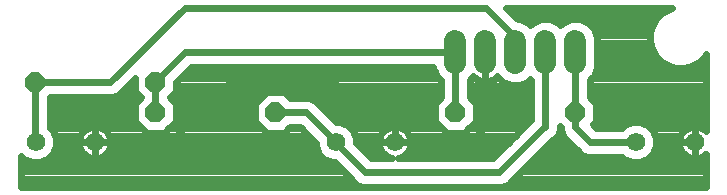
<source format=gtl>
G75*
%MOIN*%
%OFA0B0*%
%FSLAX24Y24*%
%IPPOS*%
%LPD*%
%AMOC8*
5,1,8,0,0,1.08239X$1,22.5*
%
%ADD10C,0.0740*%
%ADD11C,0.0616*%
%ADD12OC8,0.0660*%
%ADD13C,0.0240*%
D10*
X015220Y005180D02*
X015220Y005920D01*
X016220Y005920D02*
X016220Y005180D01*
X017220Y005180D02*
X017220Y005920D01*
X018220Y005920D02*
X018220Y005180D01*
X019220Y005180D02*
X019220Y005920D01*
D11*
X021236Y002550D03*
X023204Y002550D03*
X013204Y002550D03*
X011236Y002550D03*
X003204Y002550D03*
X001236Y002550D03*
D12*
X005220Y003550D03*
X005220Y004550D03*
X009220Y003550D03*
X015220Y003550D03*
X019220Y003550D03*
X001220Y004550D03*
D13*
X000740Y002101D02*
X000740Y001070D01*
X023570Y001070D01*
X023570Y002169D01*
X023548Y002147D01*
X023481Y002099D01*
X023407Y002061D01*
X023328Y002035D01*
X023246Y002022D01*
X023204Y002022D01*
X023204Y002550D01*
X022676Y002550D01*
X022676Y002508D01*
X022689Y002426D01*
X022715Y002347D01*
X022753Y002273D01*
X022802Y002206D01*
X022860Y002147D01*
X022928Y002099D01*
X023002Y002061D01*
X023081Y002035D01*
X023163Y002022D01*
X023204Y002022D01*
X023204Y002550D01*
X023204Y002550D01*
X022676Y002550D01*
X022676Y002592D01*
X022689Y002674D01*
X022715Y002753D01*
X022753Y002827D01*
X022802Y002894D01*
X022860Y002953D01*
X022928Y003001D01*
X023002Y003039D01*
X023081Y003065D01*
X023163Y003078D01*
X023204Y003078D01*
X023204Y002550D01*
X023204Y002550D01*
X023204Y002550D01*
X023204Y002534D01*
X023204Y002536D02*
X023204Y002536D01*
X023204Y002550D02*
X023204Y003078D01*
X023246Y003078D01*
X023328Y003065D01*
X023407Y003039D01*
X023481Y003001D01*
X023548Y002953D01*
X023570Y002931D01*
X023570Y005498D01*
X023530Y005429D01*
X023341Y005240D01*
X023111Y005107D01*
X022853Y005038D01*
X022587Y005038D01*
X022329Y005107D01*
X022099Y005240D01*
X021910Y005429D01*
X021777Y005659D01*
X021708Y005917D01*
X021708Y006183D01*
X021777Y006441D01*
X021910Y006671D01*
X022099Y006860D01*
X022329Y006993D01*
X022452Y007026D01*
X016923Y007026D01*
X017299Y006650D01*
X017365Y006650D01*
X017634Y006539D01*
X017720Y006452D01*
X017806Y006539D01*
X018075Y006650D01*
X018365Y006650D01*
X018634Y006539D01*
X018720Y006452D01*
X018806Y006539D01*
X019075Y006650D01*
X019365Y006650D01*
X019634Y006539D01*
X019839Y006334D01*
X019950Y006065D01*
X019950Y005035D01*
X019839Y004766D01*
X019700Y004628D01*
X019700Y004046D01*
X019910Y003836D01*
X019910Y003264D01*
X019797Y003152D01*
X019919Y003030D01*
X020771Y003030D01*
X020857Y003116D01*
X021103Y003218D01*
X021369Y003218D01*
X021614Y003116D01*
X021802Y002928D01*
X021904Y002683D01*
X021904Y002417D01*
X021802Y002172D01*
X021614Y001984D01*
X021369Y001882D01*
X021103Y001882D01*
X020857Y001984D01*
X020771Y002070D01*
X019625Y002070D01*
X019448Y002143D01*
X019313Y002278D01*
X018813Y002778D01*
X018740Y002955D01*
X018740Y003054D01*
X018700Y003094D01*
X018700Y002955D01*
X018627Y002778D01*
X018492Y002643D01*
X018437Y002620D01*
X016960Y001143D01*
X016783Y001070D01*
X012125Y001070D01*
X011948Y001143D01*
X011813Y001278D01*
X011209Y001882D01*
X011103Y001882D01*
X010857Y001984D01*
X010670Y002172D01*
X010568Y002417D01*
X010568Y002539D01*
X010037Y003070D01*
X009716Y003070D01*
X009506Y002860D01*
X008934Y002860D01*
X008530Y003264D01*
X008530Y003836D01*
X008934Y004240D01*
X009506Y004240D01*
X009716Y004030D01*
X010331Y004030D01*
X010508Y003957D01*
X011247Y003218D01*
X011369Y003218D01*
X011614Y003116D01*
X011802Y002928D01*
X011904Y002683D01*
X011904Y002545D01*
X012419Y002030D01*
X013114Y002030D01*
X013081Y002035D01*
X013002Y002061D01*
X012928Y002099D01*
X012860Y002147D01*
X012802Y002206D01*
X012753Y002273D01*
X012715Y002347D01*
X012689Y002426D01*
X012676Y002508D01*
X012676Y002550D01*
X013204Y002550D01*
X013204Y002550D01*
X012676Y002550D01*
X012676Y002592D01*
X012689Y002674D01*
X012715Y002753D01*
X012753Y002827D01*
X012802Y002894D01*
X012860Y002953D01*
X012928Y003001D01*
X013002Y003039D01*
X013081Y003065D01*
X013163Y003078D01*
X013204Y003078D01*
X013204Y002550D01*
X013204Y002550D01*
X015720Y002550D01*
X016220Y003050D01*
X016220Y005550D01*
X016220Y004590D01*
X016266Y004590D01*
X016358Y004605D01*
X016446Y004633D01*
X016529Y004675D01*
X016604Y004730D01*
X016621Y004747D01*
X016806Y004561D01*
X017075Y004450D01*
X017365Y004450D01*
X017634Y004561D01*
X017720Y004648D01*
X017740Y004628D01*
X017740Y003281D01*
X016489Y002030D01*
X013295Y002030D01*
X013328Y002035D01*
X013407Y002061D01*
X013481Y002099D01*
X013548Y002147D01*
X013607Y002206D01*
X013656Y002273D01*
X013693Y002347D01*
X013719Y002426D01*
X013732Y002508D01*
X013732Y002550D01*
X013732Y002592D01*
X013719Y002674D01*
X013693Y002753D01*
X013656Y002827D01*
X013607Y002894D01*
X013548Y002953D01*
X013481Y003001D01*
X013407Y003039D01*
X013328Y003065D01*
X013246Y003078D01*
X013204Y003078D01*
X013204Y002550D01*
X013220Y002550D01*
X013204Y002550D02*
X013732Y002550D01*
X013204Y002550D01*
X013204Y002550D01*
X013732Y002536D02*
X016995Y002536D01*
X017233Y002774D02*
X013682Y002774D01*
X013204Y002774D02*
X013204Y002774D01*
X012726Y002774D02*
X011866Y002774D01*
X011913Y002536D02*
X012676Y002536D01*
X012741Y002297D02*
X012152Y002297D01*
X012390Y002059D02*
X013009Y002059D01*
X013400Y002059D02*
X016518Y002059D01*
X016756Y002297D02*
X013668Y002297D01*
X014530Y003264D02*
X014934Y002860D01*
X015506Y002860D01*
X015910Y003264D01*
X015910Y003836D01*
X015700Y004046D01*
X015700Y004628D01*
X015819Y004747D01*
X015836Y004730D01*
X015911Y004675D01*
X015994Y004633D01*
X016082Y004605D01*
X016174Y004590D01*
X016220Y004590D01*
X016220Y005550D01*
X016220Y005550D01*
X016220Y005398D02*
X016220Y005398D01*
X016220Y005159D02*
X016220Y005159D01*
X016220Y004921D02*
X016220Y004921D01*
X016220Y004682D02*
X016220Y004682D01*
X016538Y004682D02*
X016686Y004682D01*
X015902Y004682D02*
X015754Y004682D01*
X015700Y004444D02*
X017740Y004444D01*
X017740Y004205D02*
X015700Y004205D01*
X015779Y003967D02*
X017740Y003967D01*
X017740Y003728D02*
X015910Y003728D01*
X015910Y003490D02*
X017740Y003490D01*
X017710Y003251D02*
X015897Y003251D01*
X015658Y003013D02*
X017472Y003013D01*
X018220Y003050D02*
X018220Y003082D01*
X016688Y001550D01*
X012220Y001550D01*
X011236Y002534D01*
X011236Y002550D01*
X010236Y003550D01*
X009220Y003550D01*
X008530Y003490D02*
X005910Y003490D01*
X005910Y003264D02*
X005910Y003836D01*
X005700Y004046D01*
X005700Y004054D01*
X005910Y004264D01*
X005910Y004561D01*
X006419Y005070D01*
X014490Y005070D01*
X014490Y005035D01*
X014601Y004766D01*
X014740Y004628D01*
X014740Y004046D01*
X014530Y003836D01*
X014530Y003264D01*
X014543Y003251D02*
X011214Y003251D01*
X010975Y003490D02*
X014530Y003490D01*
X014530Y003728D02*
X010737Y003728D01*
X010485Y003967D02*
X014661Y003967D01*
X014740Y004205D02*
X009541Y004205D01*
X008899Y004205D02*
X005851Y004205D01*
X005910Y004444D02*
X014740Y004444D01*
X014686Y004682D02*
X006031Y004682D01*
X006269Y004921D02*
X014537Y004921D01*
X015220Y005550D02*
X006220Y005550D01*
X005220Y004550D01*
X005220Y003550D01*
X004530Y003490D02*
X001700Y003490D01*
X001700Y003728D02*
X004530Y003728D01*
X004530Y003836D02*
X004530Y003264D01*
X004934Y002860D01*
X005506Y002860D01*
X005910Y003264D01*
X005897Y003251D02*
X008543Y003251D01*
X008782Y003013D02*
X005658Y003013D01*
X004782Y003013D02*
X003459Y003013D01*
X003481Y003001D02*
X003407Y003039D01*
X003328Y003065D01*
X003246Y003078D01*
X003204Y003078D01*
X003163Y003078D01*
X003081Y003065D01*
X003002Y003039D01*
X002928Y003001D01*
X002860Y002953D01*
X002802Y002894D01*
X002753Y002827D01*
X002715Y002753D01*
X002689Y002674D01*
X002676Y002592D01*
X002676Y002550D01*
X002676Y002508D01*
X002689Y002426D01*
X002715Y002347D01*
X002753Y002273D01*
X002802Y002206D01*
X002860Y002147D01*
X002928Y002099D01*
X003002Y002061D01*
X003081Y002035D01*
X003163Y002022D01*
X003204Y002022D01*
X003204Y002550D01*
X002676Y002550D01*
X003204Y002550D01*
X003204Y002550D01*
X003204Y002550D01*
X003204Y003078D01*
X003204Y002550D01*
X003204Y002550D01*
X003204Y002022D01*
X003246Y002022D01*
X003328Y002035D01*
X003407Y002061D01*
X003481Y002099D01*
X003548Y002147D01*
X003607Y002206D01*
X003656Y002273D01*
X003693Y002347D01*
X003719Y002426D01*
X003732Y002508D01*
X003732Y002550D01*
X003732Y002592D01*
X003719Y002674D01*
X003693Y002753D01*
X003656Y002827D01*
X003607Y002894D01*
X003548Y002953D01*
X003481Y003001D01*
X003204Y003013D02*
X003204Y003013D01*
X002949Y003013D02*
X001718Y003013D01*
X001700Y003030D02*
X001802Y002928D01*
X001904Y002683D01*
X001904Y002417D01*
X001802Y002172D01*
X001614Y001984D01*
X001369Y001882D01*
X001103Y001882D01*
X000857Y001984D01*
X000740Y002101D01*
X000740Y002059D02*
X000783Y002059D01*
X000740Y001820D02*
X011271Y001820D01*
X011510Y001582D02*
X000740Y001582D01*
X000740Y001343D02*
X011748Y001343D01*
X012041Y001105D02*
X000740Y001105D01*
X001689Y002059D02*
X003009Y002059D01*
X003204Y002059D02*
X003204Y002059D01*
X003400Y002059D02*
X010783Y002059D01*
X010618Y002297D02*
X003668Y002297D01*
X003204Y002297D02*
X003204Y002297D01*
X002741Y002297D02*
X001854Y002297D01*
X001904Y002536D02*
X002676Y002536D01*
X002726Y002774D02*
X001866Y002774D01*
X001700Y003030D02*
X001700Y004054D01*
X001716Y004070D01*
X003815Y004070D01*
X003992Y004143D01*
X004530Y004681D01*
X004530Y004264D01*
X004740Y004054D01*
X004740Y004046D01*
X004530Y003836D01*
X004661Y003967D02*
X001700Y003967D01*
X001220Y004550D02*
X003720Y004550D01*
X006196Y007026D01*
X016244Y007026D01*
X017220Y006050D01*
X017220Y005550D01*
X018220Y005550D02*
X018220Y003082D01*
X018700Y003013D02*
X018740Y003013D01*
X019220Y003050D02*
X019720Y002550D01*
X021236Y002550D01*
X021854Y002297D02*
X022741Y002297D01*
X023204Y002297D02*
X023204Y002297D01*
X023204Y002059D02*
X023204Y002059D01*
X023009Y002059D02*
X021689Y002059D01*
X020783Y002059D02*
X017875Y002059D01*
X018114Y002297D02*
X019294Y002297D01*
X019056Y002536D02*
X018352Y002536D01*
X018623Y002774D02*
X018817Y002774D01*
X019220Y003050D02*
X019220Y003550D01*
X019220Y005550D01*
X019950Y005636D02*
X021790Y005636D01*
X021719Y005875D02*
X019950Y005875D01*
X019930Y006113D02*
X021708Y006113D01*
X021753Y006352D02*
X019821Y006352D01*
X019510Y006590D02*
X021863Y006590D01*
X022067Y006829D02*
X017120Y006829D01*
X017510Y006590D02*
X017930Y006590D01*
X018510Y006590D02*
X018930Y006590D01*
X019950Y005398D02*
X021941Y005398D01*
X022239Y005159D02*
X019950Y005159D01*
X019903Y004921D02*
X023570Y004921D01*
X023570Y005159D02*
X023201Y005159D01*
X023499Y005398D02*
X023570Y005398D01*
X023570Y004682D02*
X019754Y004682D01*
X019700Y004444D02*
X023570Y004444D01*
X023570Y004205D02*
X019700Y004205D01*
X019779Y003967D02*
X023570Y003967D01*
X023570Y003728D02*
X019910Y003728D01*
X019910Y003490D02*
X023570Y003490D01*
X023570Y003251D02*
X019897Y003251D01*
X021718Y003013D02*
X022949Y003013D01*
X023204Y003013D02*
X023204Y003013D01*
X023459Y003013D02*
X023570Y003013D01*
X023204Y002774D02*
X023204Y002774D01*
X022726Y002774D02*
X021866Y002774D01*
X021904Y002536D02*
X022676Y002536D01*
X023400Y002059D02*
X023570Y002059D01*
X023570Y001820D02*
X017637Y001820D01*
X017398Y001582D02*
X023570Y001582D01*
X023570Y001343D02*
X017160Y001343D01*
X016867Y001105D02*
X023570Y001105D01*
X015220Y003550D02*
X015220Y005550D01*
X011204Y004550D02*
X007720Y004550D01*
X005720Y002550D01*
X003732Y002550D02*
X003204Y002550D01*
X003204Y002550D01*
X003732Y002550D01*
X003732Y002536D02*
X010568Y002536D01*
X010333Y002774D02*
X003682Y002774D01*
X003204Y002774D02*
X003204Y002774D01*
X003204Y002536D02*
X003204Y002536D01*
X001236Y002550D02*
X001220Y002566D01*
X001220Y004550D01*
X004054Y004205D02*
X004589Y004205D01*
X004530Y004444D02*
X004292Y004444D01*
X005779Y003967D02*
X008661Y003967D01*
X008530Y003728D02*
X005910Y003728D01*
X004543Y003251D02*
X001700Y003251D01*
X009658Y003013D02*
X010094Y003013D01*
X011718Y003013D02*
X012949Y003013D01*
X013204Y003013D02*
X013204Y003013D01*
X013459Y003013D02*
X014782Y003013D01*
M02*

</source>
